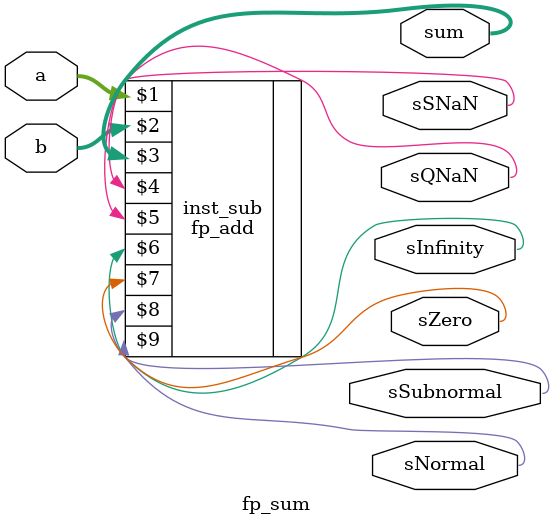
<source format=sv>
module fp_sum #(
    parameter int PRECISION = 16
)(
    input logic [PRECISION - 1 : 0] a, 
    input logic [PRECISION - 1 : 0] b, 
    
    output logic [PRECISION - 1 : 0] sum,
    output logic sSNaN,     
    output logic sQNaN,    
    output logic sInfinity,
    output logic sZero,
    output logic sSubnormal,
    output logic sNormal
    //output logic ////sException,
    //output logic //sRoundOff
    );
    assign b[PRECISION - 1] = ~b[PRECISION - 1];
    fp_add #(.PRECISION(PRECISION)) inst_sub(a, b, sum, sSNaN, sQNaN, sInfinity, sZero, sSubnormal, sNormal /*, sException, sRoundOff*/); 

endmodule

</source>
